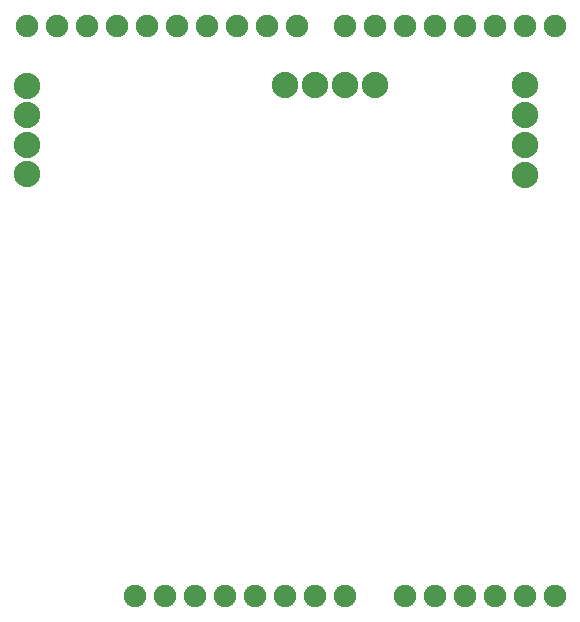
<source format=gts>
G04 MADE WITH FRITZING*
G04 WWW.FRITZING.ORG*
G04 DOUBLE SIDED*
G04 HOLES PLATED*
G04 CONTOUR ON CENTER OF CONTOUR VECTOR*
%ASAXBY*%
%FSLAX23Y23*%
%MOIN*%
%OFA0B0*%
%SFA1.0B1.0*%
%ADD10C,0.075278*%
%ADD11C,0.088000*%
%LNMASK1*%
G90*
G70*
G54D10*
X2101Y103D03*
X2201Y103D03*
X2301Y103D03*
X2401Y103D03*
X2501Y103D03*
X1641Y2003D03*
X1541Y2003D03*
X1441Y2003D03*
X1341Y2003D03*
X1241Y2003D03*
X1141Y2003D03*
X1041Y2003D03*
X941Y2003D03*
X841Y2003D03*
X741Y2003D03*
X2501Y2003D03*
X2401Y2003D03*
X2301Y2003D03*
X2201Y2003D03*
X2101Y2003D03*
X2001Y2003D03*
X1901Y2003D03*
X1801Y2003D03*
X1201Y103D03*
X1101Y103D03*
X1301Y103D03*
X1401Y103D03*
X1501Y103D03*
X1601Y103D03*
X1701Y103D03*
X1801Y103D03*
X2001Y103D03*
G54D11*
X2401Y1805D03*
X2401Y1705D03*
X2401Y1605D03*
X2401Y1505D03*
X1901Y1805D03*
X1801Y1805D03*
X1701Y1805D03*
X1601Y1805D03*
X741Y1508D03*
X741Y1607D03*
X741Y1705D03*
X741Y1803D03*
G04 End of Mask1*
M02*
</source>
